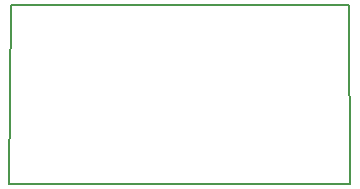
<source format=gko>
G04 ================== begin FILE IDENTIFICATION RECORD ==================*
G04 Layout Name:  ETDS_PCB_AN_V1_2.brd*
G04 Film Name:    PHOTOPLOTAREA*
G04 File Format:  Gerber RS274X*
G04 File Origin:  Cadence Allegro 16.6-S034*
G04 Origin Date:  Mon Mar 16 22:09:46 2015*
G04 *
G04 Layer:  MANUFACTURING/PHOTOPLOT_OUTLINE*
G04 *
G04 Offset:    (0.00 0.00)*
G04 Mirror:    No*
G04 Mode:      Positive*
G04 Rotation:  0*
G04 FullContactRelief:  No*
G04 UndefLineWidth:     5.00*
G04 ================== end FILE IDENTIFICATION RECORD ====================*
%FSLAX25Y25*MOIN*%
%IR0*IPPOS*OFA0.00000B0.00000*MIA0B0*SFA1.00000B1.00000*%
%ADD10C,.005*%
G75*
%LPD*%
G75*
G54D10*
G01X749505Y1713319D02*
X749000Y1653900D01*
X862700D01*
X862200Y1712700D01*
Y1713600D01*
X749505Y1713319D01*
G01D02*
X749000Y1653900D01*
X862700D01*
X862200Y1712700D01*
Y1713600D01*
X749505Y1713319D01*
M02*

</source>
